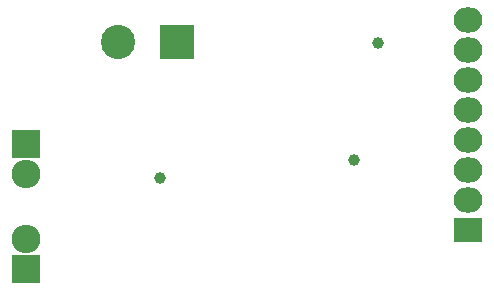
<source format=gbr>
G04 #@! TF.FileFunction,Soldermask,Bot*
%FSLAX46Y46*%
G04 Gerber Fmt 4.6, Leading zero omitted, Abs format (unit mm)*
G04 Created by KiCad (PCBNEW 4.0.6+dfsg1-1) date Tue Feb 13 22:00:55 2018*
%MOMM*%
%LPD*%
G01*
G04 APERTURE LIST*
%ADD10C,0.100000*%
%ADD11R,2.432000X2.127200*%
%ADD12O,2.432000X2.127200*%
%ADD13R,2.900000X2.900000*%
%ADD14C,2.900000*%
%ADD15R,2.432000X2.432000*%
%ADD16O,2.432000X2.432000*%
%ADD17C,1.000000*%
G04 APERTURE END LIST*
D10*
D11*
X162950000Y-103450000D03*
D12*
X162950000Y-100910000D03*
X162950000Y-98370000D03*
X162950000Y-95830000D03*
X162950000Y-93290000D03*
X162950000Y-90750000D03*
X162950000Y-88210000D03*
X162950000Y-85670000D03*
D13*
X138300000Y-87550000D03*
D14*
X133300000Y-87550000D03*
D15*
X125525000Y-96200000D03*
D16*
X125525000Y-98740000D03*
D15*
X125525000Y-106750000D03*
D16*
X125525000Y-104210000D03*
D17*
X136875000Y-99075000D03*
X155300000Y-87625000D03*
X153250000Y-97575000D03*
M02*

</source>
